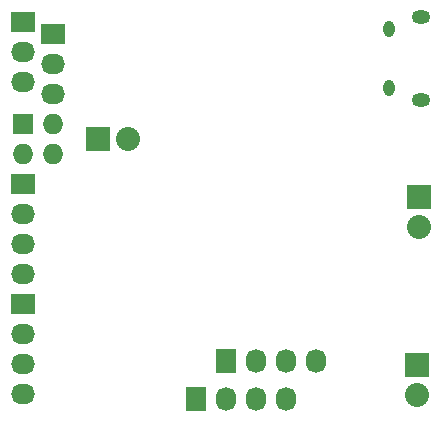
<source format=gbr>
G04 #@! TF.FileFunction,Soldermask,Bot*
%FSLAX46Y46*%
G04 Gerber Fmt 4.6, Leading zero omitted, Abs format (unit mm)*
G04 Created by KiCad (PCBNEW 4.0.4-stable) date 01/19/17 12:29:14*
%MOMM*%
%LPD*%
G01*
G04 APERTURE LIST*
%ADD10C,0.100000*%
%ADD11O,0.950000X1.400000*%
%ADD12O,1.550000X1.200000*%
%ADD13R,1.727200X2.032000*%
%ADD14O,1.727200X2.032000*%
%ADD15R,2.032000X1.727200*%
%ADD16O,2.032000X1.727200*%
%ADD17R,1.727200X1.727200*%
%ADD18O,1.727200X1.727200*%
%ADD19R,2.032000X2.032000*%
%ADD20O,2.032000X2.032000*%
G04 APERTURE END LIST*
D10*
D11*
X102132960Y-106196400D03*
X102132960Y-101196400D03*
D12*
X104832960Y-107196400D03*
X104832960Y-100196400D03*
D13*
X88328500Y-129349500D03*
D14*
X90868500Y-129349500D03*
X93408500Y-129349500D03*
X95948500Y-129349500D03*
D15*
X71120000Y-114300000D03*
D16*
X71120000Y-116840000D03*
X71120000Y-119380000D03*
X71120000Y-121920000D03*
D17*
X71120000Y-109220000D03*
D18*
X73660000Y-109220000D03*
X71120000Y-111760000D03*
X73660000Y-111760000D03*
D13*
X85788500Y-132524500D03*
D14*
X88328500Y-132524500D03*
X90868500Y-132524500D03*
X93408500Y-132524500D03*
D15*
X71120000Y-124460000D03*
D16*
X71120000Y-127000000D03*
X71120000Y-129540000D03*
X71120000Y-132080000D03*
D19*
X77470000Y-110490000D03*
D20*
X80010000Y-110490000D03*
D19*
X104470200Y-129616200D03*
D20*
X104470200Y-132156200D03*
D15*
X71069200Y-100571300D03*
D16*
X71069200Y-103111300D03*
X71069200Y-105651300D03*
D15*
X73660000Y-101600000D03*
D16*
X73660000Y-104140000D03*
X73660000Y-106680000D03*
D19*
X104597200Y-115392200D03*
D20*
X104597200Y-117932200D03*
M02*

</source>
